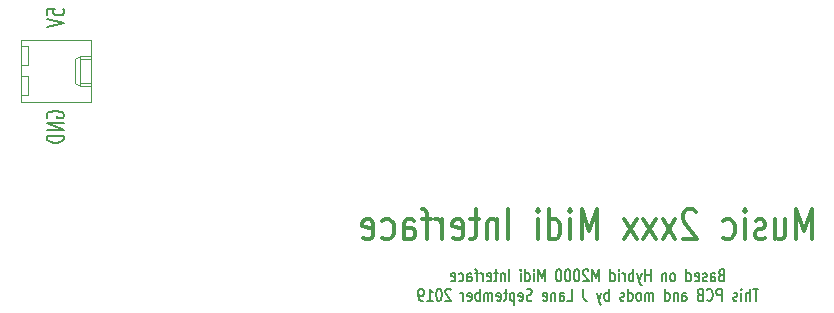
<source format=gbo>
G04 #@! TF.GenerationSoftware,KiCad,Pcbnew,5.1.4-5.1.4*
G04 #@! TF.CreationDate,2019-09-04T11:08:56+01:00*
G04 #@! TF.ProjectId,music2xxx,6d757369-6332-4787-9878-2e6b69636164,rev?*
G04 #@! TF.SameCoordinates,Original*
G04 #@! TF.FileFunction,Legend,Bot*
G04 #@! TF.FilePolarity,Positive*
%FSLAX46Y46*%
G04 Gerber Fmt 4.6, Leading zero omitted, Abs format (unit mm)*
G04 Created by KiCad (PCBNEW 5.1.4-5.1.4) date 2019-09-04 11:08:56*
%MOMM*%
%LPD*%
G04 APERTURE LIST*
%ADD10C,0.150000*%
%ADD11C,0.300000*%
%ADD12C,0.200000*%
%ADD13C,0.120000*%
%ADD14R,2.002000X2.002000*%
%ADD15C,2.002000*%
%ADD16O,3.102000X2.702000*%
%ADD17O,2.102000X2.702000*%
%ADD18O,2.702000X3.102000*%
%ADD19O,2.702000X2.102000*%
%ADD20O,1.902000X1.902000*%
%ADD21R,1.902000X1.902000*%
%ADD22O,2.302000X2.302000*%
%ADD23R,2.302000X2.302000*%
%ADD24R,2.702000X2.102000*%
%ADD25C,1.902000*%
%ADD26R,1.702000X1.702000*%
%ADD27O,1.702000X1.702000*%
%ADD28O,1.502000X2.502000*%
%ADD29R,1.502000X2.502000*%
%ADD30R,2.302000X1.602000*%
%ADD31O,2.302000X1.602000*%
%ADD32C,7.102000*%
G04 APERTURE END LIST*
D10*
X61295238Y-82288571D02*
X61180952Y-82336190D01*
X61142857Y-82383809D01*
X61104761Y-82479047D01*
X61104761Y-82621904D01*
X61142857Y-82717142D01*
X61180952Y-82764761D01*
X61257142Y-82812380D01*
X61561904Y-82812380D01*
X61561904Y-81812380D01*
X61295238Y-81812380D01*
X61219047Y-81860000D01*
X61180952Y-81907619D01*
X61142857Y-82002857D01*
X61142857Y-82098095D01*
X61180952Y-82193333D01*
X61219047Y-82240952D01*
X61295238Y-82288571D01*
X61561904Y-82288571D01*
X60419047Y-82812380D02*
X60419047Y-82288571D01*
X60457142Y-82193333D01*
X60533333Y-82145714D01*
X60685714Y-82145714D01*
X60761904Y-82193333D01*
X60419047Y-82764761D02*
X60495238Y-82812380D01*
X60685714Y-82812380D01*
X60761904Y-82764761D01*
X60800000Y-82669523D01*
X60800000Y-82574285D01*
X60761904Y-82479047D01*
X60685714Y-82431428D01*
X60495238Y-82431428D01*
X60419047Y-82383809D01*
X60076190Y-82764761D02*
X60000000Y-82812380D01*
X59847619Y-82812380D01*
X59771428Y-82764761D01*
X59733333Y-82669523D01*
X59733333Y-82621904D01*
X59771428Y-82526666D01*
X59847619Y-82479047D01*
X59961904Y-82479047D01*
X60038095Y-82431428D01*
X60076190Y-82336190D01*
X60076190Y-82288571D01*
X60038095Y-82193333D01*
X59961904Y-82145714D01*
X59847619Y-82145714D01*
X59771428Y-82193333D01*
X59085714Y-82764761D02*
X59161904Y-82812380D01*
X59314285Y-82812380D01*
X59390476Y-82764761D01*
X59428571Y-82669523D01*
X59428571Y-82288571D01*
X59390476Y-82193333D01*
X59314285Y-82145714D01*
X59161904Y-82145714D01*
X59085714Y-82193333D01*
X59047619Y-82288571D01*
X59047619Y-82383809D01*
X59428571Y-82479047D01*
X58361904Y-82812380D02*
X58361904Y-81812380D01*
X58361904Y-82764761D02*
X58438095Y-82812380D01*
X58590476Y-82812380D01*
X58666666Y-82764761D01*
X58704761Y-82717142D01*
X58742857Y-82621904D01*
X58742857Y-82336190D01*
X58704761Y-82240952D01*
X58666666Y-82193333D01*
X58590476Y-82145714D01*
X58438095Y-82145714D01*
X58361904Y-82193333D01*
X57257142Y-82812380D02*
X57333333Y-82764761D01*
X57371428Y-82717142D01*
X57409523Y-82621904D01*
X57409523Y-82336190D01*
X57371428Y-82240952D01*
X57333333Y-82193333D01*
X57257142Y-82145714D01*
X57142857Y-82145714D01*
X57066666Y-82193333D01*
X57028571Y-82240952D01*
X56990476Y-82336190D01*
X56990476Y-82621904D01*
X57028571Y-82717142D01*
X57066666Y-82764761D01*
X57142857Y-82812380D01*
X57257142Y-82812380D01*
X56647619Y-82145714D02*
X56647619Y-82812380D01*
X56647619Y-82240952D02*
X56609523Y-82193333D01*
X56533333Y-82145714D01*
X56419047Y-82145714D01*
X56342857Y-82193333D01*
X56304761Y-82288571D01*
X56304761Y-82812380D01*
X55314285Y-82812380D02*
X55314285Y-81812380D01*
X55314285Y-82288571D02*
X54857142Y-82288571D01*
X54857142Y-82812380D02*
X54857142Y-81812380D01*
X54552380Y-82145714D02*
X54361904Y-82812380D01*
X54171428Y-82145714D02*
X54361904Y-82812380D01*
X54438095Y-83050476D01*
X54476190Y-83098095D01*
X54552380Y-83145714D01*
X53866666Y-82812380D02*
X53866666Y-81812380D01*
X53866666Y-82193333D02*
X53790476Y-82145714D01*
X53638095Y-82145714D01*
X53561904Y-82193333D01*
X53523809Y-82240952D01*
X53485714Y-82336190D01*
X53485714Y-82621904D01*
X53523809Y-82717142D01*
X53561904Y-82764761D01*
X53638095Y-82812380D01*
X53790476Y-82812380D01*
X53866666Y-82764761D01*
X53142857Y-82812380D02*
X53142857Y-82145714D01*
X53142857Y-82336190D02*
X53104761Y-82240952D01*
X53066666Y-82193333D01*
X52990476Y-82145714D01*
X52914285Y-82145714D01*
X52647619Y-82812380D02*
X52647619Y-82145714D01*
X52647619Y-81812380D02*
X52685714Y-81860000D01*
X52647619Y-81907619D01*
X52609523Y-81860000D01*
X52647619Y-81812380D01*
X52647619Y-81907619D01*
X51923809Y-82812380D02*
X51923809Y-81812380D01*
X51923809Y-82764761D02*
X52000000Y-82812380D01*
X52152380Y-82812380D01*
X52228571Y-82764761D01*
X52266666Y-82717142D01*
X52304761Y-82621904D01*
X52304761Y-82336190D01*
X52266666Y-82240952D01*
X52228571Y-82193333D01*
X52152380Y-82145714D01*
X52000000Y-82145714D01*
X51923809Y-82193333D01*
X50933333Y-82812380D02*
X50933333Y-81812380D01*
X50666666Y-82526666D01*
X50400000Y-81812380D01*
X50400000Y-82812380D01*
X50057142Y-81907619D02*
X50019047Y-81860000D01*
X49942857Y-81812380D01*
X49752380Y-81812380D01*
X49676190Y-81860000D01*
X49638095Y-81907619D01*
X49600000Y-82002857D01*
X49600000Y-82098095D01*
X49638095Y-82240952D01*
X50095238Y-82812380D01*
X49600000Y-82812380D01*
X49104761Y-81812380D02*
X49028571Y-81812380D01*
X48952380Y-81860000D01*
X48914285Y-81907619D01*
X48876190Y-82002857D01*
X48838095Y-82193333D01*
X48838095Y-82431428D01*
X48876190Y-82621904D01*
X48914285Y-82717142D01*
X48952380Y-82764761D01*
X49028571Y-82812380D01*
X49104761Y-82812380D01*
X49180952Y-82764761D01*
X49219047Y-82717142D01*
X49257142Y-82621904D01*
X49295238Y-82431428D01*
X49295238Y-82193333D01*
X49257142Y-82002857D01*
X49219047Y-81907619D01*
X49180952Y-81860000D01*
X49104761Y-81812380D01*
X48342857Y-81812380D02*
X48266666Y-81812380D01*
X48190476Y-81860000D01*
X48152380Y-81907619D01*
X48114285Y-82002857D01*
X48076190Y-82193333D01*
X48076190Y-82431428D01*
X48114285Y-82621904D01*
X48152380Y-82717142D01*
X48190476Y-82764761D01*
X48266666Y-82812380D01*
X48342857Y-82812380D01*
X48419047Y-82764761D01*
X48457142Y-82717142D01*
X48495238Y-82621904D01*
X48533333Y-82431428D01*
X48533333Y-82193333D01*
X48495238Y-82002857D01*
X48457142Y-81907619D01*
X48419047Y-81860000D01*
X48342857Y-81812380D01*
X47580952Y-81812380D02*
X47504761Y-81812380D01*
X47428571Y-81860000D01*
X47390476Y-81907619D01*
X47352380Y-82002857D01*
X47314285Y-82193333D01*
X47314285Y-82431428D01*
X47352380Y-82621904D01*
X47390476Y-82717142D01*
X47428571Y-82764761D01*
X47504761Y-82812380D01*
X47580952Y-82812380D01*
X47657142Y-82764761D01*
X47695238Y-82717142D01*
X47733333Y-82621904D01*
X47771428Y-82431428D01*
X47771428Y-82193333D01*
X47733333Y-82002857D01*
X47695238Y-81907619D01*
X47657142Y-81860000D01*
X47580952Y-81812380D01*
X46361904Y-82812380D02*
X46361904Y-81812380D01*
X46095238Y-82526666D01*
X45828571Y-81812380D01*
X45828571Y-82812380D01*
X45447619Y-82812380D02*
X45447619Y-82145714D01*
X45447619Y-81812380D02*
X45485714Y-81860000D01*
X45447619Y-81907619D01*
X45409523Y-81860000D01*
X45447619Y-81812380D01*
X45447619Y-81907619D01*
X44723809Y-82812380D02*
X44723809Y-81812380D01*
X44723809Y-82764761D02*
X44800000Y-82812380D01*
X44952380Y-82812380D01*
X45028571Y-82764761D01*
X45066666Y-82717142D01*
X45104761Y-82621904D01*
X45104761Y-82336190D01*
X45066666Y-82240952D01*
X45028571Y-82193333D01*
X44952380Y-82145714D01*
X44800000Y-82145714D01*
X44723809Y-82193333D01*
X44342857Y-82812380D02*
X44342857Y-82145714D01*
X44342857Y-81812380D02*
X44380952Y-81860000D01*
X44342857Y-81907619D01*
X44304761Y-81860000D01*
X44342857Y-81812380D01*
X44342857Y-81907619D01*
X43352380Y-82812380D02*
X43352380Y-81812380D01*
X42971428Y-82145714D02*
X42971428Y-82812380D01*
X42971428Y-82240952D02*
X42933333Y-82193333D01*
X42857142Y-82145714D01*
X42742857Y-82145714D01*
X42666666Y-82193333D01*
X42628571Y-82288571D01*
X42628571Y-82812380D01*
X42361904Y-82145714D02*
X42057142Y-82145714D01*
X42247619Y-81812380D02*
X42247619Y-82669523D01*
X42209523Y-82764761D01*
X42133333Y-82812380D01*
X42057142Y-82812380D01*
X41485714Y-82764761D02*
X41561904Y-82812380D01*
X41714285Y-82812380D01*
X41790476Y-82764761D01*
X41828571Y-82669523D01*
X41828571Y-82288571D01*
X41790476Y-82193333D01*
X41714285Y-82145714D01*
X41561904Y-82145714D01*
X41485714Y-82193333D01*
X41447619Y-82288571D01*
X41447619Y-82383809D01*
X41828571Y-82479047D01*
X41104761Y-82812380D02*
X41104761Y-82145714D01*
X41104761Y-82336190D02*
X41066666Y-82240952D01*
X41028571Y-82193333D01*
X40952380Y-82145714D01*
X40876190Y-82145714D01*
X40723809Y-82145714D02*
X40419047Y-82145714D01*
X40609523Y-82812380D02*
X40609523Y-81955238D01*
X40571428Y-81860000D01*
X40495238Y-81812380D01*
X40419047Y-81812380D01*
X39809523Y-82812380D02*
X39809523Y-82288571D01*
X39847619Y-82193333D01*
X39923809Y-82145714D01*
X40076190Y-82145714D01*
X40152380Y-82193333D01*
X39809523Y-82764761D02*
X39885714Y-82812380D01*
X40076190Y-82812380D01*
X40152380Y-82764761D01*
X40190476Y-82669523D01*
X40190476Y-82574285D01*
X40152380Y-82479047D01*
X40076190Y-82431428D01*
X39885714Y-82431428D01*
X39809523Y-82383809D01*
X39085714Y-82764761D02*
X39161904Y-82812380D01*
X39314285Y-82812380D01*
X39390476Y-82764761D01*
X39428571Y-82717142D01*
X39466666Y-82621904D01*
X39466666Y-82336190D01*
X39428571Y-82240952D01*
X39390476Y-82193333D01*
X39314285Y-82145714D01*
X39161904Y-82145714D01*
X39085714Y-82193333D01*
X38438095Y-82764761D02*
X38514285Y-82812380D01*
X38666666Y-82812380D01*
X38742857Y-82764761D01*
X38780952Y-82669523D01*
X38780952Y-82288571D01*
X38742857Y-82193333D01*
X38666666Y-82145714D01*
X38514285Y-82145714D01*
X38438095Y-82193333D01*
X38400000Y-82288571D01*
X38400000Y-82383809D01*
X38780952Y-82479047D01*
X64438095Y-83462380D02*
X63980952Y-83462380D01*
X64209523Y-84462380D02*
X64209523Y-83462380D01*
X63714285Y-84462380D02*
X63714285Y-83462380D01*
X63371428Y-84462380D02*
X63371428Y-83938571D01*
X63409523Y-83843333D01*
X63485714Y-83795714D01*
X63600000Y-83795714D01*
X63676190Y-83843333D01*
X63714285Y-83890952D01*
X62990476Y-84462380D02*
X62990476Y-83795714D01*
X62990476Y-83462380D02*
X63028571Y-83510000D01*
X62990476Y-83557619D01*
X62952380Y-83510000D01*
X62990476Y-83462380D01*
X62990476Y-83557619D01*
X62647619Y-84414761D02*
X62571428Y-84462380D01*
X62419047Y-84462380D01*
X62342857Y-84414761D01*
X62304761Y-84319523D01*
X62304761Y-84271904D01*
X62342857Y-84176666D01*
X62419047Y-84129047D01*
X62533333Y-84129047D01*
X62609523Y-84081428D01*
X62647619Y-83986190D01*
X62647619Y-83938571D01*
X62609523Y-83843333D01*
X62533333Y-83795714D01*
X62419047Y-83795714D01*
X62342857Y-83843333D01*
X61352380Y-84462380D02*
X61352380Y-83462380D01*
X61047619Y-83462380D01*
X60971428Y-83510000D01*
X60933333Y-83557619D01*
X60895238Y-83652857D01*
X60895238Y-83795714D01*
X60933333Y-83890952D01*
X60971428Y-83938571D01*
X61047619Y-83986190D01*
X61352380Y-83986190D01*
X60095238Y-84367142D02*
X60133333Y-84414761D01*
X60247619Y-84462380D01*
X60323809Y-84462380D01*
X60438095Y-84414761D01*
X60514285Y-84319523D01*
X60552380Y-84224285D01*
X60590476Y-84033809D01*
X60590476Y-83890952D01*
X60552380Y-83700476D01*
X60514285Y-83605238D01*
X60438095Y-83510000D01*
X60323809Y-83462380D01*
X60247619Y-83462380D01*
X60133333Y-83510000D01*
X60095238Y-83557619D01*
X59485714Y-83938571D02*
X59371428Y-83986190D01*
X59333333Y-84033809D01*
X59295238Y-84129047D01*
X59295238Y-84271904D01*
X59333333Y-84367142D01*
X59371428Y-84414761D01*
X59447619Y-84462380D01*
X59752380Y-84462380D01*
X59752380Y-83462380D01*
X59485714Y-83462380D01*
X59409523Y-83510000D01*
X59371428Y-83557619D01*
X59333333Y-83652857D01*
X59333333Y-83748095D01*
X59371428Y-83843333D01*
X59409523Y-83890952D01*
X59485714Y-83938571D01*
X59752380Y-83938571D01*
X58000000Y-84462380D02*
X58000000Y-83938571D01*
X58038095Y-83843333D01*
X58114285Y-83795714D01*
X58266666Y-83795714D01*
X58342857Y-83843333D01*
X58000000Y-84414761D02*
X58076190Y-84462380D01*
X58266666Y-84462380D01*
X58342857Y-84414761D01*
X58380952Y-84319523D01*
X58380952Y-84224285D01*
X58342857Y-84129047D01*
X58266666Y-84081428D01*
X58076190Y-84081428D01*
X58000000Y-84033809D01*
X57619047Y-83795714D02*
X57619047Y-84462380D01*
X57619047Y-83890952D02*
X57580952Y-83843333D01*
X57504761Y-83795714D01*
X57390476Y-83795714D01*
X57314285Y-83843333D01*
X57276190Y-83938571D01*
X57276190Y-84462380D01*
X56552380Y-84462380D02*
X56552380Y-83462380D01*
X56552380Y-84414761D02*
X56628571Y-84462380D01*
X56780952Y-84462380D01*
X56857142Y-84414761D01*
X56895238Y-84367142D01*
X56933333Y-84271904D01*
X56933333Y-83986190D01*
X56895238Y-83890952D01*
X56857142Y-83843333D01*
X56780952Y-83795714D01*
X56628571Y-83795714D01*
X56552380Y-83843333D01*
X55561904Y-84462380D02*
X55561904Y-83795714D01*
X55561904Y-83890952D02*
X55523809Y-83843333D01*
X55447619Y-83795714D01*
X55333333Y-83795714D01*
X55257142Y-83843333D01*
X55219047Y-83938571D01*
X55219047Y-84462380D01*
X55219047Y-83938571D02*
X55180952Y-83843333D01*
X55104761Y-83795714D01*
X54990476Y-83795714D01*
X54914285Y-83843333D01*
X54876190Y-83938571D01*
X54876190Y-84462380D01*
X54380952Y-84462380D02*
X54457142Y-84414761D01*
X54495238Y-84367142D01*
X54533333Y-84271904D01*
X54533333Y-83986190D01*
X54495238Y-83890952D01*
X54457142Y-83843333D01*
X54380952Y-83795714D01*
X54266666Y-83795714D01*
X54190476Y-83843333D01*
X54152380Y-83890952D01*
X54114285Y-83986190D01*
X54114285Y-84271904D01*
X54152380Y-84367142D01*
X54190476Y-84414761D01*
X54266666Y-84462380D01*
X54380952Y-84462380D01*
X53428571Y-84462380D02*
X53428571Y-83462380D01*
X53428571Y-84414761D02*
X53504761Y-84462380D01*
X53657142Y-84462380D01*
X53733333Y-84414761D01*
X53771428Y-84367142D01*
X53809523Y-84271904D01*
X53809523Y-83986190D01*
X53771428Y-83890952D01*
X53733333Y-83843333D01*
X53657142Y-83795714D01*
X53504761Y-83795714D01*
X53428571Y-83843333D01*
X53085714Y-84414761D02*
X53009523Y-84462380D01*
X52857142Y-84462380D01*
X52780952Y-84414761D01*
X52742857Y-84319523D01*
X52742857Y-84271904D01*
X52780952Y-84176666D01*
X52857142Y-84129047D01*
X52971428Y-84129047D01*
X53047619Y-84081428D01*
X53085714Y-83986190D01*
X53085714Y-83938571D01*
X53047619Y-83843333D01*
X52971428Y-83795714D01*
X52857142Y-83795714D01*
X52780952Y-83843333D01*
X51790476Y-84462380D02*
X51790476Y-83462380D01*
X51790476Y-83843333D02*
X51714285Y-83795714D01*
X51561904Y-83795714D01*
X51485714Y-83843333D01*
X51447619Y-83890952D01*
X51409523Y-83986190D01*
X51409523Y-84271904D01*
X51447619Y-84367142D01*
X51485714Y-84414761D01*
X51561904Y-84462380D01*
X51714285Y-84462380D01*
X51790476Y-84414761D01*
X51142857Y-83795714D02*
X50952380Y-84462380D01*
X50761904Y-83795714D02*
X50952380Y-84462380D01*
X51028571Y-84700476D01*
X51066666Y-84748095D01*
X51142857Y-84795714D01*
X49619047Y-83462380D02*
X49619047Y-84176666D01*
X49657142Y-84319523D01*
X49733333Y-84414761D01*
X49847619Y-84462380D01*
X49923809Y-84462380D01*
X48247619Y-84462380D02*
X48628571Y-84462380D01*
X48628571Y-83462380D01*
X47638095Y-84462380D02*
X47638095Y-83938571D01*
X47676190Y-83843333D01*
X47752380Y-83795714D01*
X47904761Y-83795714D01*
X47980952Y-83843333D01*
X47638095Y-84414761D02*
X47714285Y-84462380D01*
X47904761Y-84462380D01*
X47980952Y-84414761D01*
X48019047Y-84319523D01*
X48019047Y-84224285D01*
X47980952Y-84129047D01*
X47904761Y-84081428D01*
X47714285Y-84081428D01*
X47638095Y-84033809D01*
X47257142Y-83795714D02*
X47257142Y-84462380D01*
X47257142Y-83890952D02*
X47219047Y-83843333D01*
X47142857Y-83795714D01*
X47028571Y-83795714D01*
X46952380Y-83843333D01*
X46914285Y-83938571D01*
X46914285Y-84462380D01*
X46228571Y-84414761D02*
X46304761Y-84462380D01*
X46457142Y-84462380D01*
X46533333Y-84414761D01*
X46571428Y-84319523D01*
X46571428Y-83938571D01*
X46533333Y-83843333D01*
X46457142Y-83795714D01*
X46304761Y-83795714D01*
X46228571Y-83843333D01*
X46190476Y-83938571D01*
X46190476Y-84033809D01*
X46571428Y-84129047D01*
X45276190Y-84414761D02*
X45161904Y-84462380D01*
X44971428Y-84462380D01*
X44895238Y-84414761D01*
X44857142Y-84367142D01*
X44819047Y-84271904D01*
X44819047Y-84176666D01*
X44857142Y-84081428D01*
X44895238Y-84033809D01*
X44971428Y-83986190D01*
X45123809Y-83938571D01*
X45200000Y-83890952D01*
X45238095Y-83843333D01*
X45276190Y-83748095D01*
X45276190Y-83652857D01*
X45238095Y-83557619D01*
X45200000Y-83510000D01*
X45123809Y-83462380D01*
X44933333Y-83462380D01*
X44819047Y-83510000D01*
X44171428Y-84414761D02*
X44247619Y-84462380D01*
X44400000Y-84462380D01*
X44476190Y-84414761D01*
X44514285Y-84319523D01*
X44514285Y-83938571D01*
X44476190Y-83843333D01*
X44400000Y-83795714D01*
X44247619Y-83795714D01*
X44171428Y-83843333D01*
X44133333Y-83938571D01*
X44133333Y-84033809D01*
X44514285Y-84129047D01*
X43790476Y-83795714D02*
X43790476Y-84795714D01*
X43790476Y-83843333D02*
X43714285Y-83795714D01*
X43561904Y-83795714D01*
X43485714Y-83843333D01*
X43447619Y-83890952D01*
X43409523Y-83986190D01*
X43409523Y-84271904D01*
X43447619Y-84367142D01*
X43485714Y-84414761D01*
X43561904Y-84462380D01*
X43714285Y-84462380D01*
X43790476Y-84414761D01*
X43180952Y-83795714D02*
X42876190Y-83795714D01*
X43066666Y-83462380D02*
X43066666Y-84319523D01*
X43028571Y-84414761D01*
X42952380Y-84462380D01*
X42876190Y-84462380D01*
X42304761Y-84414761D02*
X42380952Y-84462380D01*
X42533333Y-84462380D01*
X42609523Y-84414761D01*
X42647619Y-84319523D01*
X42647619Y-83938571D01*
X42609523Y-83843333D01*
X42533333Y-83795714D01*
X42380952Y-83795714D01*
X42304761Y-83843333D01*
X42266666Y-83938571D01*
X42266666Y-84033809D01*
X42647619Y-84129047D01*
X41923809Y-84462380D02*
X41923809Y-83795714D01*
X41923809Y-83890952D02*
X41885714Y-83843333D01*
X41809523Y-83795714D01*
X41695238Y-83795714D01*
X41619047Y-83843333D01*
X41580952Y-83938571D01*
X41580952Y-84462380D01*
X41580952Y-83938571D02*
X41542857Y-83843333D01*
X41466666Y-83795714D01*
X41352380Y-83795714D01*
X41276190Y-83843333D01*
X41238095Y-83938571D01*
X41238095Y-84462380D01*
X40857142Y-84462380D02*
X40857142Y-83462380D01*
X40857142Y-83843333D02*
X40780952Y-83795714D01*
X40628571Y-83795714D01*
X40552380Y-83843333D01*
X40514285Y-83890952D01*
X40476190Y-83986190D01*
X40476190Y-84271904D01*
X40514285Y-84367142D01*
X40552380Y-84414761D01*
X40628571Y-84462380D01*
X40780952Y-84462380D01*
X40857142Y-84414761D01*
X39828571Y-84414761D02*
X39904761Y-84462380D01*
X40057142Y-84462380D01*
X40133333Y-84414761D01*
X40171428Y-84319523D01*
X40171428Y-83938571D01*
X40133333Y-83843333D01*
X40057142Y-83795714D01*
X39904761Y-83795714D01*
X39828571Y-83843333D01*
X39790476Y-83938571D01*
X39790476Y-84033809D01*
X40171428Y-84129047D01*
X39447619Y-84462380D02*
X39447619Y-83795714D01*
X39447619Y-83986190D02*
X39409523Y-83890952D01*
X39371428Y-83843333D01*
X39295238Y-83795714D01*
X39219047Y-83795714D01*
X38380952Y-83557619D02*
X38342857Y-83510000D01*
X38266666Y-83462380D01*
X38076190Y-83462380D01*
X38000000Y-83510000D01*
X37961904Y-83557619D01*
X37923809Y-83652857D01*
X37923809Y-83748095D01*
X37961904Y-83890952D01*
X38419047Y-84462380D01*
X37923809Y-84462380D01*
X37428571Y-83462380D02*
X37352380Y-83462380D01*
X37276190Y-83510000D01*
X37238095Y-83557619D01*
X37200000Y-83652857D01*
X37161904Y-83843333D01*
X37161904Y-84081428D01*
X37200000Y-84271904D01*
X37238095Y-84367142D01*
X37276190Y-84414761D01*
X37352380Y-84462380D01*
X37428571Y-84462380D01*
X37504761Y-84414761D01*
X37542857Y-84367142D01*
X37580952Y-84271904D01*
X37619047Y-84081428D01*
X37619047Y-83843333D01*
X37580952Y-83652857D01*
X37542857Y-83557619D01*
X37504761Y-83510000D01*
X37428571Y-83462380D01*
X36400000Y-84462380D02*
X36857142Y-84462380D01*
X36628571Y-84462380D02*
X36628571Y-83462380D01*
X36704761Y-83605238D01*
X36780952Y-83700476D01*
X36857142Y-83748095D01*
X36019047Y-84462380D02*
X35866666Y-84462380D01*
X35790476Y-84414761D01*
X35752380Y-84367142D01*
X35676190Y-84224285D01*
X35638095Y-84033809D01*
X35638095Y-83652857D01*
X35676190Y-83557619D01*
X35714285Y-83510000D01*
X35790476Y-83462380D01*
X35942857Y-83462380D01*
X36019047Y-83510000D01*
X36057142Y-83557619D01*
X36095238Y-83652857D01*
X36095238Y-83890952D01*
X36057142Y-83986190D01*
X36019047Y-84033809D01*
X35942857Y-84081428D01*
X35790476Y-84081428D01*
X35714285Y-84033809D01*
X35676190Y-83986190D01*
X35638095Y-83890952D01*
D11*
X69000000Y-79235952D02*
X69000000Y-76735952D01*
X68333333Y-78521666D01*
X67666666Y-76735952D01*
X67666666Y-79235952D01*
X65857142Y-77569285D02*
X65857142Y-79235952D01*
X66714285Y-77569285D02*
X66714285Y-78878809D01*
X66619047Y-79116904D01*
X66428571Y-79235952D01*
X66142857Y-79235952D01*
X65952380Y-79116904D01*
X65857142Y-78997857D01*
X65000000Y-79116904D02*
X64809523Y-79235952D01*
X64428571Y-79235952D01*
X64238095Y-79116904D01*
X64142857Y-78878809D01*
X64142857Y-78759761D01*
X64238095Y-78521666D01*
X64428571Y-78402619D01*
X64714285Y-78402619D01*
X64904761Y-78283571D01*
X65000000Y-78045476D01*
X65000000Y-77926428D01*
X64904761Y-77688333D01*
X64714285Y-77569285D01*
X64428571Y-77569285D01*
X64238095Y-77688333D01*
X63285714Y-79235952D02*
X63285714Y-77569285D01*
X63285714Y-76735952D02*
X63380952Y-76855000D01*
X63285714Y-76974047D01*
X63190476Y-76855000D01*
X63285714Y-76735952D01*
X63285714Y-76974047D01*
X61476190Y-79116904D02*
X61666666Y-79235952D01*
X62047619Y-79235952D01*
X62238095Y-79116904D01*
X62333333Y-78997857D01*
X62428571Y-78759761D01*
X62428571Y-78045476D01*
X62333333Y-77807380D01*
X62238095Y-77688333D01*
X62047619Y-77569285D01*
X61666666Y-77569285D01*
X61476190Y-77688333D01*
X59190476Y-76974047D02*
X59095238Y-76855000D01*
X58904761Y-76735952D01*
X58428571Y-76735952D01*
X58238095Y-76855000D01*
X58142857Y-76974047D01*
X58047619Y-77212142D01*
X58047619Y-77450238D01*
X58142857Y-77807380D01*
X59285714Y-79235952D01*
X58047619Y-79235952D01*
X57380952Y-79235952D02*
X56333333Y-77569285D01*
X57380952Y-77569285D02*
X56333333Y-79235952D01*
X55761904Y-79235952D02*
X54714285Y-77569285D01*
X55761904Y-77569285D02*
X54714285Y-79235952D01*
X54142857Y-79235952D02*
X53095238Y-77569285D01*
X54142857Y-77569285D02*
X53095238Y-79235952D01*
X50809523Y-79235952D02*
X50809523Y-76735952D01*
X50142857Y-78521666D01*
X49476190Y-76735952D01*
X49476190Y-79235952D01*
X48523809Y-79235952D02*
X48523809Y-77569285D01*
X48523809Y-76735952D02*
X48619047Y-76855000D01*
X48523809Y-76974047D01*
X48428571Y-76855000D01*
X48523809Y-76735952D01*
X48523809Y-76974047D01*
X46714285Y-79235952D02*
X46714285Y-76735952D01*
X46714285Y-79116904D02*
X46904761Y-79235952D01*
X47285714Y-79235952D01*
X47476190Y-79116904D01*
X47571428Y-78997857D01*
X47666666Y-78759761D01*
X47666666Y-78045476D01*
X47571428Y-77807380D01*
X47476190Y-77688333D01*
X47285714Y-77569285D01*
X46904761Y-77569285D01*
X46714285Y-77688333D01*
X45761904Y-79235952D02*
X45761904Y-77569285D01*
X45761904Y-76735952D02*
X45857142Y-76855000D01*
X45761904Y-76974047D01*
X45666666Y-76855000D01*
X45761904Y-76735952D01*
X45761904Y-76974047D01*
X43285714Y-79235952D02*
X43285714Y-76735952D01*
X42333333Y-77569285D02*
X42333333Y-79235952D01*
X42333333Y-77807380D02*
X42238095Y-77688333D01*
X42047619Y-77569285D01*
X41761904Y-77569285D01*
X41571428Y-77688333D01*
X41476190Y-77926428D01*
X41476190Y-79235952D01*
X40809523Y-77569285D02*
X40047619Y-77569285D01*
X40523809Y-76735952D02*
X40523809Y-78878809D01*
X40428571Y-79116904D01*
X40238095Y-79235952D01*
X40047619Y-79235952D01*
X38619047Y-79116904D02*
X38809523Y-79235952D01*
X39190476Y-79235952D01*
X39380952Y-79116904D01*
X39476190Y-78878809D01*
X39476190Y-77926428D01*
X39380952Y-77688333D01*
X39190476Y-77569285D01*
X38809523Y-77569285D01*
X38619047Y-77688333D01*
X38523809Y-77926428D01*
X38523809Y-78164523D01*
X39476190Y-78402619D01*
X37666666Y-79235952D02*
X37666666Y-77569285D01*
X37666666Y-78045476D02*
X37571428Y-77807380D01*
X37476190Y-77688333D01*
X37285714Y-77569285D01*
X37095238Y-77569285D01*
X36714285Y-77569285D02*
X35952380Y-77569285D01*
X36428571Y-79235952D02*
X36428571Y-77093095D01*
X36333333Y-76855000D01*
X36142857Y-76735952D01*
X35952380Y-76735952D01*
X34428571Y-79235952D02*
X34428571Y-77926428D01*
X34523809Y-77688333D01*
X34714285Y-77569285D01*
X35095238Y-77569285D01*
X35285714Y-77688333D01*
X34428571Y-79116904D02*
X34619047Y-79235952D01*
X35095238Y-79235952D01*
X35285714Y-79116904D01*
X35380952Y-78878809D01*
X35380952Y-78640714D01*
X35285714Y-78402619D01*
X35095238Y-78283571D01*
X34619047Y-78283571D01*
X34428571Y-78164523D01*
X32619047Y-79116904D02*
X32809523Y-79235952D01*
X33190476Y-79235952D01*
X33380952Y-79116904D01*
X33476190Y-78997857D01*
X33571428Y-78759761D01*
X33571428Y-78045476D01*
X33476190Y-77807380D01*
X33380952Y-77688333D01*
X33190476Y-77569285D01*
X32809523Y-77569285D01*
X32619047Y-77688333D01*
X31000000Y-79116904D02*
X31190476Y-79235952D01*
X31571428Y-79235952D01*
X31761904Y-79116904D01*
X31857142Y-78878809D01*
X31857142Y-77926428D01*
X31761904Y-77688333D01*
X31571428Y-77569285D01*
X31190476Y-77569285D01*
X31000000Y-77688333D01*
X30904761Y-77926428D01*
X30904761Y-78164523D01*
X31857142Y-78402619D01*
D12*
X4178571Y-60262142D02*
X4178571Y-59785952D01*
X4892857Y-59738333D01*
X4821428Y-59785952D01*
X4750000Y-59881190D01*
X4750000Y-60119285D01*
X4821428Y-60214523D01*
X4892857Y-60262142D01*
X5035714Y-60309761D01*
X5392857Y-60309761D01*
X5535714Y-60262142D01*
X5607142Y-60214523D01*
X5678571Y-60119285D01*
X5678571Y-59881190D01*
X5607142Y-59785952D01*
X5535714Y-59738333D01*
X4178571Y-60595476D02*
X5678571Y-60928809D01*
X4178571Y-61262142D01*
X4250000Y-68976428D02*
X4178571Y-68881190D01*
X4178571Y-68738333D01*
X4250000Y-68595476D01*
X4392857Y-68500238D01*
X4535714Y-68452619D01*
X4821428Y-68405000D01*
X5035714Y-68405000D01*
X5321428Y-68452619D01*
X5464285Y-68500238D01*
X5607142Y-68595476D01*
X5678571Y-68738333D01*
X5678571Y-68833571D01*
X5607142Y-68976428D01*
X5535714Y-69024047D01*
X5035714Y-69024047D01*
X5035714Y-68833571D01*
X5678571Y-69452619D02*
X4178571Y-69452619D01*
X5678571Y-70024047D01*
X4178571Y-70024047D01*
X5678571Y-70500238D02*
X4178571Y-70500238D01*
X4178571Y-70738333D01*
X4250000Y-70881190D01*
X4392857Y-70976428D01*
X4535714Y-71024047D01*
X4821428Y-71071666D01*
X5035714Y-71071666D01*
X5321428Y-71024047D01*
X5464285Y-70976428D01*
X5607142Y-70881190D01*
X5678571Y-70738333D01*
X5678571Y-70500238D01*
D13*
X1980000Y-62360000D02*
X7980000Y-62360000D01*
X7980000Y-62360000D02*
X7980000Y-67640000D01*
X7980000Y-67640000D02*
X1980000Y-67640000D01*
X1980000Y-67640000D02*
X1980000Y-62360000D01*
X7980000Y-63730000D02*
X6980000Y-63730000D01*
X6980000Y-63730000D02*
X6980000Y-66270000D01*
X6980000Y-66270000D02*
X7980000Y-66270000D01*
X6980000Y-63730000D02*
X6550000Y-63980000D01*
X6550000Y-63980000D02*
X6550000Y-66020000D01*
X6550000Y-66020000D02*
X6980000Y-66270000D01*
X7980000Y-63980000D02*
X6980000Y-63980000D01*
X7980000Y-66020000D02*
X6980000Y-66020000D01*
X1980000Y-62930000D02*
X2600000Y-62930000D01*
X2600000Y-62930000D02*
X2600000Y-64530000D01*
X2600000Y-64530000D02*
X1980000Y-64530000D01*
X1980000Y-65470000D02*
X2600000Y-65470000D01*
X2600000Y-65470000D02*
X2600000Y-67070000D01*
X2600000Y-67070000D02*
X1980000Y-67070000D01*
%LPC*%
D14*
X8255000Y-85090000D03*
D15*
X5755000Y-85090000D03*
D16*
X45000000Y-147750000D03*
X42500000Y-147750000D03*
X37500000Y-147750000D03*
X35000000Y-147750000D03*
D17*
X40000000Y-137950000D03*
X47350000Y-137950000D03*
X32650000Y-137950000D03*
X45000000Y-135750000D03*
X35000000Y-135750000D03*
D18*
X97750000Y-20000000D03*
X97750000Y-22500000D03*
X97750000Y-27500000D03*
X97750000Y-30000000D03*
D19*
X87950000Y-25000000D03*
X87950000Y-17650000D03*
X87950000Y-32350000D03*
X85750000Y-20000000D03*
X85750000Y-30000000D03*
D16*
X85000000Y-147750000D03*
X82500000Y-147750000D03*
X77500000Y-147750000D03*
X75000000Y-147750000D03*
D17*
X80000000Y-137950000D03*
X87350000Y-137950000D03*
X72650000Y-137950000D03*
X85000000Y-135750000D03*
X75000000Y-135750000D03*
D16*
X65000000Y-147750000D03*
X62500000Y-147750000D03*
X57500000Y-147750000D03*
X55000000Y-147750000D03*
D17*
X60000000Y-137950000D03*
X67350000Y-137950000D03*
X52650000Y-137950000D03*
X65000000Y-135750000D03*
X55000000Y-135750000D03*
D20*
X45085000Y-8255000D03*
X42545000Y-8255000D03*
D21*
X40005000Y-8255000D03*
D22*
X13335000Y-17780000D03*
D23*
X23495000Y-17780000D03*
D15*
X75565000Y-111125000D03*
X75565000Y-100965000D03*
D19*
X5715000Y-18415000D03*
D24*
X5715000Y-20955000D03*
D21*
X97155000Y-13335000D03*
D25*
X97155000Y-10795000D03*
D14*
X34925000Y-17780000D03*
D15*
X34925000Y-20280000D03*
D21*
X4999800Y-133590000D03*
D25*
X4999800Y-136130000D03*
D21*
X13730000Y-145000000D03*
D25*
X16270000Y-145000000D03*
D21*
X23730000Y-145000000D03*
D25*
X26270000Y-145000000D03*
D21*
X18730000Y-145000000D03*
D25*
X21270000Y-145000000D03*
D15*
X52705000Y-89575000D03*
X52705000Y-92075000D03*
X50165000Y-19050000D03*
X50165000Y-21550000D03*
D26*
X76200000Y-17780000D03*
D27*
X76200000Y-27940000D03*
D15*
X12700000Y-127000000D03*
X12700000Y-116840000D03*
X76200000Y-33655000D03*
X76200000Y-43815000D03*
D24*
X5000000Y-76270000D03*
D19*
X5000000Y-73730000D03*
D24*
X5000000Y-63730000D03*
D19*
X5000000Y-66270000D03*
D28*
X53340000Y-65405000D03*
X71120000Y-73025000D03*
X55880000Y-65405000D03*
X68580000Y-73025000D03*
X58420000Y-65405000D03*
X66040000Y-73025000D03*
X60960000Y-65405000D03*
X63500000Y-73025000D03*
X63500000Y-65405000D03*
X60960000Y-73025000D03*
X66040000Y-65405000D03*
X58420000Y-73025000D03*
X68580000Y-65405000D03*
X55880000Y-73025000D03*
X71120000Y-65405000D03*
D29*
X53340000Y-73025000D03*
D28*
X53340000Y-50165000D03*
X71120000Y-57785000D03*
X55880000Y-50165000D03*
X68580000Y-57785000D03*
X58420000Y-50165000D03*
X66040000Y-57785000D03*
X60960000Y-50165000D03*
X63500000Y-57785000D03*
X63500000Y-50165000D03*
X60960000Y-57785000D03*
X66040000Y-50165000D03*
X58420000Y-57785000D03*
X68580000Y-50165000D03*
X55880000Y-57785000D03*
X71120000Y-50165000D03*
D29*
X53340000Y-57785000D03*
X55880000Y-109855000D03*
D28*
X71120000Y-102235000D03*
X58420000Y-109855000D03*
X68580000Y-102235000D03*
X60960000Y-109855000D03*
X66040000Y-102235000D03*
X63500000Y-109855000D03*
X63500000Y-102235000D03*
X66040000Y-109855000D03*
X60960000Y-102235000D03*
X68580000Y-109855000D03*
X58420000Y-102235000D03*
X71120000Y-109855000D03*
X55880000Y-102235000D03*
D29*
X55880000Y-97155000D03*
D28*
X71120000Y-89535000D03*
X58420000Y-97155000D03*
X68580000Y-89535000D03*
X60960000Y-97155000D03*
X66040000Y-89535000D03*
X63500000Y-97155000D03*
X63500000Y-89535000D03*
X66040000Y-97155000D03*
X60960000Y-89535000D03*
X68580000Y-97155000D03*
X58420000Y-89535000D03*
X71120000Y-97155000D03*
X55880000Y-89535000D03*
D29*
X53340000Y-41275000D03*
D28*
X68580000Y-33655000D03*
X55880000Y-41275000D03*
X66040000Y-33655000D03*
X58420000Y-41275000D03*
X63500000Y-33655000D03*
X60960000Y-41275000D03*
X60960000Y-33655000D03*
X63500000Y-41275000D03*
X58420000Y-33655000D03*
X66040000Y-41275000D03*
X55880000Y-33655000D03*
X68580000Y-41275000D03*
X53340000Y-33655000D03*
D29*
X29210000Y-125730000D03*
D28*
X44450000Y-118110000D03*
X31750000Y-125730000D03*
X41910000Y-118110000D03*
X34290000Y-125730000D03*
X39370000Y-118110000D03*
X36830000Y-125730000D03*
X36830000Y-118110000D03*
X39370000Y-125730000D03*
X34290000Y-118110000D03*
X41910000Y-125730000D03*
X31750000Y-118110000D03*
X44450000Y-125730000D03*
X29210000Y-118110000D03*
D29*
X13335000Y-41275000D03*
D28*
X41275000Y-26035000D03*
X15875000Y-41275000D03*
X38735000Y-26035000D03*
X18415000Y-41275000D03*
X36195000Y-26035000D03*
X20955000Y-41275000D03*
X33655000Y-26035000D03*
X23495000Y-41275000D03*
X31115000Y-26035000D03*
X26035000Y-41275000D03*
X28575000Y-26035000D03*
X28575000Y-41275000D03*
X26035000Y-26035000D03*
X31115000Y-41275000D03*
X23495000Y-26035000D03*
X33655000Y-41275000D03*
X20955000Y-26035000D03*
X36195000Y-41275000D03*
X18415000Y-26035000D03*
X38735000Y-41275000D03*
X15875000Y-26035000D03*
X41275000Y-41275000D03*
X13335000Y-26035000D03*
D29*
X13335000Y-73025000D03*
D28*
X41275000Y-57785000D03*
X15875000Y-73025000D03*
X38735000Y-57785000D03*
X18415000Y-73025000D03*
X36195000Y-57785000D03*
X20955000Y-73025000D03*
X33655000Y-57785000D03*
X23495000Y-73025000D03*
X31115000Y-57785000D03*
X26035000Y-73025000D03*
X28575000Y-57785000D03*
X28575000Y-73025000D03*
X26035000Y-57785000D03*
X31115000Y-73025000D03*
X23495000Y-57785000D03*
X33655000Y-73025000D03*
X20955000Y-57785000D03*
X36195000Y-73025000D03*
X18415000Y-57785000D03*
X38735000Y-73025000D03*
X15875000Y-57785000D03*
X41275000Y-73025000D03*
X13335000Y-57785000D03*
D29*
X13335000Y-104775000D03*
D28*
X41275000Y-89535000D03*
X15875000Y-104775000D03*
X38735000Y-89535000D03*
X18415000Y-104775000D03*
X36195000Y-89535000D03*
X20955000Y-104775000D03*
X33655000Y-89535000D03*
X23495000Y-104775000D03*
X31115000Y-89535000D03*
X26035000Y-104775000D03*
X28575000Y-89535000D03*
X28575000Y-104775000D03*
X26035000Y-89535000D03*
X31115000Y-104775000D03*
X23495000Y-89535000D03*
X33655000Y-104775000D03*
X20955000Y-89535000D03*
X36195000Y-104775000D03*
X18415000Y-89535000D03*
X38735000Y-104775000D03*
X15875000Y-89535000D03*
X41275000Y-104775000D03*
X13335000Y-89535000D03*
D15*
X71120000Y-127000000D03*
X71120000Y-116840000D03*
X7620000Y-127000000D03*
X7620000Y-116840000D03*
X71120000Y-17780000D03*
X71120000Y-27940000D03*
X66675000Y-127000000D03*
X66675000Y-116840000D03*
X57785000Y-127000000D03*
X57785000Y-116840000D03*
X62230000Y-127000000D03*
X62230000Y-116840000D03*
X48895000Y-127000000D03*
X48895000Y-116840000D03*
X53340000Y-127000000D03*
X53340000Y-116840000D03*
X66040000Y-17780000D03*
X66040000Y-27940000D03*
X21590000Y-127000000D03*
X21590000Y-116840000D03*
X17145000Y-127000000D03*
X17145000Y-116840000D03*
D28*
X53340000Y-19050000D03*
X60960000Y-26670000D03*
X55880000Y-19050000D03*
X58420000Y-26670000D03*
X58420000Y-19050000D03*
X55880000Y-26670000D03*
X60960000Y-19050000D03*
D29*
X53340000Y-26670000D03*
D15*
X72390000Y-36195000D03*
X72390000Y-33695000D03*
X8215000Y-92710000D03*
X5715000Y-92710000D03*
D14*
X43815000Y-17780000D03*
D15*
X43815000Y-20280000D03*
D30*
X83730000Y-54680000D03*
D31*
X86270000Y-54680000D03*
X83730000Y-57220000D03*
X86270000Y-57220000D03*
X83730000Y-59760000D03*
X86270000Y-59760000D03*
X83730000Y-62300000D03*
X86270000Y-62300000D03*
X83730000Y-64840000D03*
X86270000Y-64840000D03*
X83730000Y-67380000D03*
X86270000Y-67380000D03*
X83730000Y-69920000D03*
X86270000Y-69920000D03*
X83730000Y-72460000D03*
X86270000Y-72460000D03*
X83730000Y-75000000D03*
X86270000Y-75000000D03*
X83730000Y-77540000D03*
X86270000Y-77540000D03*
X83730000Y-80080000D03*
X86270000Y-80080000D03*
X83730000Y-82620000D03*
X86270000Y-82620000D03*
X83730000Y-85160000D03*
X86270000Y-85160000D03*
X83730000Y-87700000D03*
X86270000Y-87700000D03*
X83730000Y-90240000D03*
X86270000Y-90240000D03*
X83730000Y-92780000D03*
X86270000Y-92780000D03*
X83730000Y-95320000D03*
X86270000Y-95320000D03*
D30*
X93730000Y-54680000D03*
D31*
X96270000Y-54680000D03*
X93730000Y-57220000D03*
X96270000Y-57220000D03*
X93730000Y-59760000D03*
X96270000Y-59760000D03*
X93730000Y-62300000D03*
X96270000Y-62300000D03*
X93730000Y-64840000D03*
X96270000Y-64840000D03*
X93730000Y-67380000D03*
X96270000Y-67380000D03*
X93730000Y-69920000D03*
X96270000Y-69920000D03*
X93730000Y-72460000D03*
X96270000Y-72460000D03*
X93730000Y-75000000D03*
X96270000Y-75000000D03*
X93730000Y-77540000D03*
X96270000Y-77540000D03*
X93730000Y-80080000D03*
X96270000Y-80080000D03*
X93730000Y-82620000D03*
X96270000Y-82620000D03*
X93730000Y-85160000D03*
X96270000Y-85160000D03*
X93730000Y-87700000D03*
X96270000Y-87700000D03*
X93730000Y-90240000D03*
X96270000Y-90240000D03*
X93730000Y-92780000D03*
X96270000Y-92780000D03*
X93730000Y-95320000D03*
X96270000Y-95320000D03*
D15*
X45085000Y-104775000D03*
X45085000Y-102275000D03*
X45085000Y-73025000D03*
X45085000Y-70525000D03*
X25400000Y-118150000D03*
X25400000Y-120650000D03*
X45085000Y-41275000D03*
X45085000Y-38775000D03*
X50165000Y-55285000D03*
X50165000Y-57785000D03*
D32*
X95000000Y-145000000D03*
X5000000Y-145000000D03*
X95000000Y-5000000D03*
X5000000Y-5000000D03*
M02*

</source>
